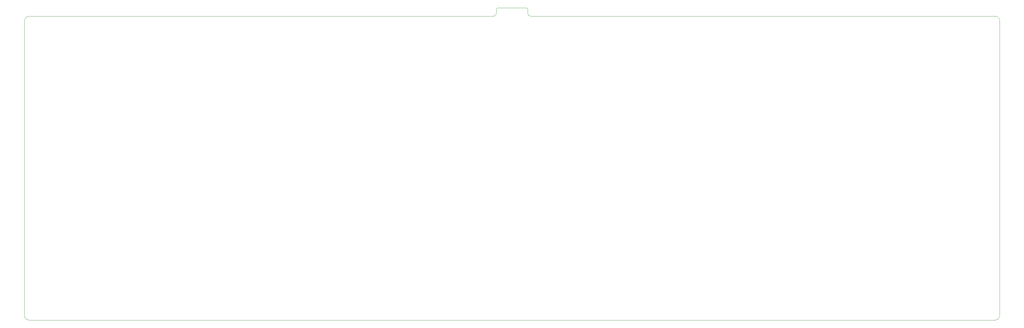
<source format=gbr>
%TF.GenerationSoftware,KiCad,Pcbnew,(5.99.0-11177-g6c67dfa032)*%
%TF.CreationDate,2021-09-16T00:40:47+03:00*%
%TF.ProjectId,Charon_32U4_Hotswap,43686172-6f6e-45f3-9332-55345f486f74,rev?*%
%TF.SameCoordinates,Original*%
%TF.FileFunction,Profile,NP*%
%FSLAX46Y46*%
G04 Gerber Fmt 4.6, Leading zero omitted, Abs format (unit mm)*
G04 Created by KiCad (PCBNEW (5.99.0-11177-g6c67dfa032)) date 2021-09-16 00:40:47*
%MOMM*%
%LPD*%
G01*
G04 APERTURE LIST*
%TA.AperFunction,Profile*%
%ADD10C,0.050000*%
%TD*%
G04 APERTURE END LIST*
D10*
X354806250Y-50315625D02*
X354806250Y-142565625D01*
X50006250Y-142565625D02*
G75*
G03*
X51506250Y-144065625I1500000J0D01*
G01*
X207306250Y-47815625D02*
G75*
G03*
X208306250Y-48815625I1000000J0D01*
G01*
X196506250Y-48815625D02*
G75*
G03*
X197506250Y-47815625I0J1000000D01*
G01*
X198006250Y-46215625D02*
G75*
G03*
X197506250Y-46715625I0J-500000D01*
G01*
X197506250Y-47815625D02*
X197506250Y-46715625D01*
X50006250Y-142565625D02*
X50006250Y-50315625D01*
X51506250Y-48815625D02*
G75*
G03*
X50006250Y-50315625I0J-1500000D01*
G01*
X208306250Y-48815625D02*
X353306250Y-48815625D01*
X353306250Y-144065625D02*
X51506250Y-144065625D01*
X207306250Y-46715625D02*
X207306250Y-47815625D01*
X198006250Y-46215625D02*
X206806250Y-46215625D01*
X353306250Y-144065625D02*
G75*
G03*
X354806250Y-142565625I0J1500000D01*
G01*
X51506250Y-48815625D02*
X196506250Y-48815625D01*
X207306250Y-46715625D02*
G75*
G03*
X206806250Y-46215625I-500000J0D01*
G01*
X354806250Y-50315625D02*
G75*
G03*
X353306250Y-48815625I-1500000J0D01*
G01*
M02*

</source>
